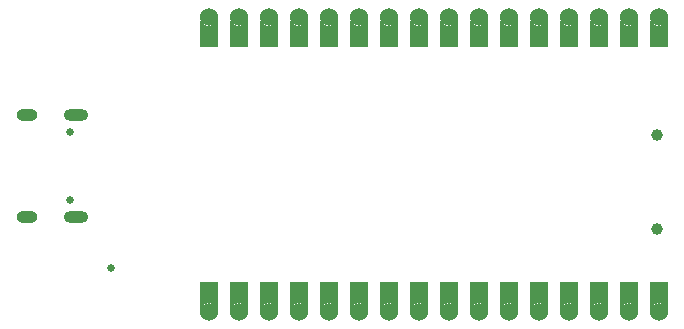
<source format=gbr>
%TF.GenerationSoftware,Altium Limited,Altium Designer,25.4.2 (15)*%
G04 Layer_Color=16711935*
%FSLAX45Y45*%
%MOMM*%
%TF.SameCoordinates,D428E1E4-D561-4EBD-83AA-0298DF20FA0A*%
%TF.FilePolarity,Negative*%
%TF.FileFunction,Soldermask,Bot*%
%TF.Part,Single*%
G01*
G75*
%TA.AperFunction,ComponentPad*%
%ADD41O,2.10000X1.00000*%
%ADD42O,1.80000X1.00000*%
%ADD43C,0.65000*%
%ADD44C,1.00000*%
%ADD45C,1.52400*%
%TA.AperFunction,ViaPad*%
%ADD46C,0.66040*%
G36*
X-893100Y-985655D02*
X-1045500D01*
Y-1239655D01*
X-1044848Y-1229709D01*
X-1039700Y-1210494D01*
X-1029754Y-1193267D01*
X-1015688Y-1179201D01*
X-998461Y-1169255D01*
X-979246Y-1164107D01*
X-959354D01*
X-940140Y-1169255D01*
X-922913Y-1179201D01*
X-908847Y-1193267D01*
X-898901Y-1210494D01*
X-893752Y-1229709D01*
X-893100Y-1239655D01*
D01*
Y-985655D01*
D02*
G37*
G36*
X-639100D02*
X-791500D01*
Y-1239655D01*
X-790848Y-1229709D01*
X-785700Y-1210494D01*
X-775754Y-1193267D01*
X-761688Y-1179201D01*
X-744461Y-1169255D01*
X-725246Y-1164107D01*
X-705354D01*
X-686140Y-1169255D01*
X-668913Y-1179201D01*
X-654847Y-1193267D01*
X-644901Y-1210494D01*
X-639752Y-1229709D01*
X-639100Y-1239655D01*
D01*
Y-985655D01*
D02*
G37*
G36*
X-385100D02*
X-537500D01*
Y-1239655D01*
X-536848Y-1229709D01*
X-531700Y-1210494D01*
X-521754Y-1193267D01*
X-507688Y-1179201D01*
X-490461Y-1169255D01*
X-471246Y-1164107D01*
X-451354D01*
X-432140Y-1169255D01*
X-414913Y-1179201D01*
X-400847Y-1193267D01*
X-390901Y-1210494D01*
X-385752Y-1229709D01*
X-385100Y-1239655D01*
D01*
Y-985655D01*
D02*
G37*
G36*
X-131100D02*
X-283500D01*
Y-1239655D01*
X-282848Y-1229709D01*
X-277700Y-1210494D01*
X-267754Y-1193267D01*
X-253688Y-1179201D01*
X-236461Y-1169255D01*
X-217246Y-1164107D01*
X-197354D01*
X-178140Y-1169255D01*
X-160913Y-1179201D01*
X-146847Y-1193267D01*
X-136901Y-1210494D01*
X-131752Y-1229709D01*
X-131100Y-1239655D01*
D01*
Y-985655D01*
D02*
G37*
G36*
X122900D02*
X-29500D01*
Y-1239655D01*
X-28848Y-1229709D01*
X-23700Y-1210494D01*
X-13754Y-1193267D01*
X312Y-1179201D01*
X17539Y-1169255D01*
X36754Y-1164107D01*
X56646D01*
X75860Y-1169255D01*
X93087Y-1179201D01*
X107153Y-1193267D01*
X117099Y-1210494D01*
X122248Y-1229709D01*
X122900Y-1239655D01*
D01*
Y-985655D01*
D02*
G37*
G36*
X376900D02*
X224500D01*
Y-1239655D01*
X225152Y-1229709D01*
X230300Y-1210494D01*
X240246Y-1193267D01*
X254312Y-1179201D01*
X271539Y-1169255D01*
X290754Y-1164107D01*
X310646D01*
X329860Y-1169255D01*
X347087Y-1179201D01*
X361153Y-1193267D01*
X371099Y-1210494D01*
X376248Y-1229709D01*
X376900Y-1239655D01*
D01*
Y-985655D01*
D02*
G37*
G36*
X630900D02*
X478500D01*
Y-1239655D01*
X479152Y-1229709D01*
X484300Y-1210494D01*
X494246Y-1193267D01*
X508312Y-1179201D01*
X525539Y-1169255D01*
X544754Y-1164107D01*
X564646D01*
X583860Y-1169255D01*
X601087Y-1179201D01*
X615153Y-1193267D01*
X625099Y-1210494D01*
X630248Y-1229709D01*
X630900Y-1239655D01*
D01*
Y-985655D01*
D02*
G37*
G36*
X884900D02*
X732500D01*
Y-1239655D01*
X733152Y-1229709D01*
X738300Y-1210494D01*
X748246Y-1193267D01*
X762312Y-1179201D01*
X779539Y-1169255D01*
X798754Y-1164107D01*
X818646D01*
X837860Y-1169255D01*
X855087Y-1179201D01*
X869153Y-1193267D01*
X879099Y-1210494D01*
X884248Y-1229709D01*
X884900Y-1239655D01*
D01*
Y-985655D01*
D02*
G37*
G36*
X-1045500Y1006345D02*
X-893100D01*
Y1260345D01*
X-893752Y1250399D01*
X-898901Y1231185D01*
X-908847Y1213958D01*
X-922913Y1199892D01*
X-940140Y1189946D01*
X-959354Y1184797D01*
X-979246D01*
X-998461Y1189946D01*
X-1015688Y1199892D01*
X-1029754Y1213958D01*
X-1039700Y1231185D01*
X-1044848Y1250399D01*
X-1045500Y1260345D01*
D01*
Y1006345D01*
D02*
G37*
G36*
X-791500D02*
X-639100D01*
Y1260345D01*
X-639752Y1250399D01*
X-644901Y1231185D01*
X-654847Y1213958D01*
X-668913Y1199892D01*
X-686140Y1189946D01*
X-705354Y1184797D01*
X-725246D01*
X-744461Y1189946D01*
X-761688Y1199892D01*
X-775754Y1213958D01*
X-785700Y1231185D01*
X-790848Y1250399D01*
X-791500Y1260345D01*
D01*
Y1006345D01*
D02*
G37*
G36*
X-537500D02*
X-385100D01*
Y1260345D01*
X-385752Y1250399D01*
X-390901Y1231185D01*
X-400847Y1213958D01*
X-414913Y1199892D01*
X-432140Y1189946D01*
X-451354Y1184797D01*
X-471246D01*
X-490461Y1189946D01*
X-507688Y1199892D01*
X-521754Y1213958D01*
X-531700Y1231185D01*
X-536848Y1250399D01*
X-537500Y1260345D01*
D01*
Y1006345D01*
D02*
G37*
G36*
X-283500D02*
X-131100D01*
Y1260345D01*
X-131752Y1250399D01*
X-136901Y1231185D01*
X-146847Y1213958D01*
X-160913Y1199892D01*
X-178140Y1189946D01*
X-197354Y1184797D01*
X-217246D01*
X-236461Y1189946D01*
X-253688Y1199892D01*
X-267754Y1213958D01*
X-277700Y1231185D01*
X-282848Y1250399D01*
X-283500Y1260345D01*
D01*
Y1006345D01*
D02*
G37*
G36*
X-29500D02*
X122900D01*
Y1260345D01*
X122248Y1250399D01*
X117099Y1231185D01*
X107153Y1213958D01*
X93087Y1199892D01*
X75860Y1189946D01*
X56646Y1184797D01*
X36754D01*
X17539Y1189946D01*
X312Y1199892D01*
X-13754Y1213958D01*
X-23700Y1231185D01*
X-28848Y1250399D01*
X-29500Y1260345D01*
D01*
Y1006345D01*
D02*
G37*
G36*
X224500D02*
X376900D01*
Y1260345D01*
X376248Y1250399D01*
X371099Y1231185D01*
X361153Y1213958D01*
X347087Y1199892D01*
X329860Y1189946D01*
X310646Y1184797D01*
X290754D01*
X271539Y1189946D01*
X254312Y1199892D01*
X240246Y1213958D01*
X230300Y1231185D01*
X225152Y1250399D01*
X224500Y1260345D01*
D01*
Y1006345D01*
D02*
G37*
G36*
X478500D02*
X630900D01*
Y1260345D01*
X630248Y1250399D01*
X625099Y1231185D01*
X615153Y1213958D01*
X601087Y1199892D01*
X583860Y1189946D01*
X564646Y1184797D01*
X544754D01*
X525539Y1189946D01*
X508312Y1199892D01*
X494246Y1213958D01*
X484300Y1231185D01*
X479152Y1250399D01*
X478500Y1260345D01*
D01*
Y1006345D01*
D02*
G37*
G36*
X732500D02*
X884900D01*
Y1260345D01*
X884248Y1250399D01*
X879099Y1231185D01*
X869153Y1213958D01*
X855087Y1199892D01*
X837860Y1189946D01*
X818646Y1184797D01*
X798754D01*
X779539Y1189946D01*
X762312Y1199892D01*
X748246Y1213958D01*
X738300Y1231185D01*
X733152Y1250399D01*
X732500Y1260345D01*
D01*
Y1006345D01*
D02*
G37*
G36*
X1138900Y-985655D02*
X986500D01*
Y-1239655D01*
X987152Y-1229709D01*
X992300Y-1210494D01*
X1002246Y-1193267D01*
X1016312Y-1179201D01*
X1033539Y-1169255D01*
X1052754Y-1164107D01*
X1072646D01*
X1091860Y-1169255D01*
X1109087Y-1179201D01*
X1123153Y-1193267D01*
X1133099Y-1210494D01*
X1138248Y-1229709D01*
X1138900Y-1239655D01*
D01*
Y-985655D01*
D02*
G37*
G36*
X1392900D02*
X1240500D01*
Y-1239655D01*
X1241152Y-1229709D01*
X1246300Y-1210494D01*
X1256246Y-1193267D01*
X1270312Y-1179201D01*
X1287539Y-1169255D01*
X1306754Y-1164107D01*
X1326646D01*
X1345860Y-1169255D01*
X1363087Y-1179201D01*
X1377153Y-1193267D01*
X1387099Y-1210494D01*
X1392248Y-1229709D01*
X1392900Y-1239655D01*
D01*
Y-985655D01*
D02*
G37*
G36*
X1646900D02*
X1494500D01*
Y-1239655D01*
X1495152Y-1229709D01*
X1500300Y-1210494D01*
X1510246Y-1193267D01*
X1524312Y-1179201D01*
X1541539Y-1169255D01*
X1560754Y-1164107D01*
X1580646D01*
X1599860Y-1169255D01*
X1617087Y-1179201D01*
X1631153Y-1193267D01*
X1641099Y-1210494D01*
X1646248Y-1229709D01*
X1646900Y-1239655D01*
D01*
Y-985655D01*
D02*
G37*
G36*
X1900900D02*
X1748500D01*
Y-1239655D01*
X1749152Y-1229709D01*
X1754300Y-1210494D01*
X1764246Y-1193267D01*
X1778312Y-1179201D01*
X1795539Y-1169255D01*
X1814754Y-1164107D01*
X1834646D01*
X1853860Y-1169255D01*
X1871087Y-1179201D01*
X1885153Y-1193267D01*
X1895099Y-1210494D01*
X1900248Y-1229709D01*
X1900900Y-1239655D01*
D01*
Y-985655D01*
D02*
G37*
G36*
X2154900D02*
X2002500D01*
Y-1239655D01*
X2003152Y-1229709D01*
X2008300Y-1210494D01*
X2018246Y-1193267D01*
X2032312Y-1179201D01*
X2049539Y-1169255D01*
X2068754Y-1164107D01*
X2088646D01*
X2107860Y-1169255D01*
X2125087Y-1179201D01*
X2139153Y-1193267D01*
X2149099Y-1210494D01*
X2154248Y-1229709D01*
X2154900Y-1239655D01*
D01*
Y-985655D01*
D02*
G37*
G36*
X2408900D02*
X2256500D01*
Y-1239655D01*
X2257152Y-1229709D01*
X2262300Y-1210494D01*
X2272246Y-1193267D01*
X2286312Y-1179201D01*
X2303539Y-1169255D01*
X2322754Y-1164107D01*
X2342646D01*
X2361860Y-1169255D01*
X2379087Y-1179201D01*
X2393153Y-1193267D01*
X2403099Y-1210494D01*
X2408248Y-1229709D01*
X2408900Y-1239655D01*
D01*
Y-985655D01*
D02*
G37*
G36*
X2662900D02*
X2510500D01*
Y-1239655D01*
X2511152Y-1229709D01*
X2516300Y-1210494D01*
X2526246Y-1193267D01*
X2540312Y-1179201D01*
X2557539Y-1169255D01*
X2576754Y-1164107D01*
X2596646D01*
X2615860Y-1169255D01*
X2633087Y-1179201D01*
X2647153Y-1193267D01*
X2657099Y-1210494D01*
X2662248Y-1229709D01*
X2662900Y-1239655D01*
D01*
Y-985655D01*
D02*
G37*
G36*
X2916900D02*
X2764500D01*
Y-1239655D01*
X2765152Y-1229709D01*
X2770300Y-1210494D01*
X2780246Y-1193267D01*
X2794312Y-1179201D01*
X2811539Y-1169255D01*
X2830754Y-1164107D01*
X2850646D01*
X2869860Y-1169255D01*
X2887087Y-1179201D01*
X2901153Y-1193267D01*
X2911099Y-1210494D01*
X2916248Y-1229709D01*
X2916900Y-1239655D01*
D01*
Y-985655D01*
D02*
G37*
G36*
X986500Y1006345D02*
X1138900D01*
Y1260345D01*
X1138248Y1250399D01*
X1133099Y1231185D01*
X1123153Y1213958D01*
X1109087Y1199892D01*
X1091860Y1189946D01*
X1072646Y1184797D01*
X1052754D01*
X1033539Y1189946D01*
X1016312Y1199892D01*
X1002246Y1213958D01*
X992300Y1231185D01*
X987152Y1250399D01*
X986500Y1260345D01*
D01*
Y1006345D01*
D02*
G37*
G36*
X1240500D02*
X1392900D01*
Y1260345D01*
X1392248Y1250399D01*
X1387099Y1231185D01*
X1377153Y1213958D01*
X1363087Y1199892D01*
X1345860Y1189946D01*
X1326646Y1184797D01*
X1306754D01*
X1287539Y1189946D01*
X1270312Y1199892D01*
X1256246Y1213958D01*
X1246300Y1231185D01*
X1241152Y1250399D01*
X1240500Y1260345D01*
D01*
Y1006345D01*
D02*
G37*
G36*
X1494500D02*
X1646900D01*
Y1260345D01*
X1646248Y1250399D01*
X1641099Y1231185D01*
X1631153Y1213958D01*
X1617087Y1199892D01*
X1599860Y1189946D01*
X1580646Y1184797D01*
X1560754D01*
X1541539Y1189946D01*
X1524312Y1199892D01*
X1510246Y1213958D01*
X1500300Y1231185D01*
X1495152Y1250399D01*
X1494500Y1260345D01*
D01*
Y1006345D01*
D02*
G37*
G36*
X1748500D02*
X1900900D01*
Y1260345D01*
X1900248Y1250399D01*
X1895099Y1231185D01*
X1885153Y1213958D01*
X1871087Y1199892D01*
X1853860Y1189946D01*
X1834646Y1184797D01*
X1814754D01*
X1795539Y1189946D01*
X1778312Y1199892D01*
X1764246Y1213958D01*
X1754300Y1231185D01*
X1749152Y1250399D01*
X1748500Y1260345D01*
D01*
Y1006345D01*
D02*
G37*
G36*
X2002500D02*
X2154900D01*
Y1260345D01*
X2154248Y1250399D01*
X2149099Y1231185D01*
X2139153Y1213958D01*
X2125087Y1199892D01*
X2107860Y1189946D01*
X2088646Y1184797D01*
X2068754D01*
X2049539Y1189946D01*
X2032312Y1199892D01*
X2018246Y1213958D01*
X2008300Y1231185D01*
X2003152Y1250399D01*
X2002500Y1260345D01*
D01*
Y1006345D01*
D02*
G37*
G36*
X2256500D02*
X2408900D01*
Y1260345D01*
X2408248Y1250399D01*
X2403099Y1231185D01*
X2393153Y1213958D01*
X2379087Y1199892D01*
X2361860Y1189946D01*
X2342646Y1184797D01*
X2322754D01*
X2303539Y1189946D01*
X2286312Y1199892D01*
X2272246Y1213958D01*
X2262300Y1231185D01*
X2257152Y1250399D01*
X2256500Y1260345D01*
D01*
Y1006345D01*
D02*
G37*
G36*
X2510500D02*
X2662900D01*
Y1260345D01*
X2662248Y1250399D01*
X2657099Y1231185D01*
X2647153Y1213958D01*
X2633087Y1199892D01*
X2615860Y1189946D01*
X2596646Y1184797D01*
X2576754D01*
X2557539Y1189946D01*
X2540312Y1199892D01*
X2526246Y1213958D01*
X2516300Y1231185D01*
X2511152Y1250399D01*
X2510500Y1260345D01*
D01*
Y1006345D01*
D02*
G37*
G36*
X2764500D02*
X2916900D01*
Y1260345D01*
X2916248Y1250399D01*
X2911099Y1231185D01*
X2901153Y1213958D01*
X2887087Y1199892D01*
X2869860Y1189946D01*
X2850646Y1184797D01*
X2830754D01*
X2811539Y1189946D01*
X2794312Y1199892D01*
X2780246Y1213958D01*
X2770300Y1231185D01*
X2765152Y1250399D01*
X2764500Y1260345D01*
D01*
Y1006345D01*
D02*
G37*
D41*
X-2091192Y429965D02*
D03*
Y-434035D02*
D03*
D42*
X-2509192Y429965D02*
D03*
Y-434035D02*
D03*
D43*
X-2141192Y-291034D02*
D03*
Y286966D02*
D03*
D44*
X2825840Y-538061D02*
D03*
Y261939D02*
D03*
D45*
X2586700Y1260345D02*
D03*
Y-1239655D02*
D03*
X2840700D02*
D03*
Y1260345D02*
D03*
X-969300D02*
D03*
X-715300D02*
D03*
X-969300Y-1239655D02*
D03*
X2078700Y1260345D02*
D03*
Y-1239655D02*
D03*
X2332700Y1260345D02*
D03*
Y-1239655D02*
D03*
X554700D02*
D03*
X808700D02*
D03*
X300700D02*
D03*
X1062700D02*
D03*
X1316700D02*
D03*
X46700D02*
D03*
X-207300D02*
D03*
X-461300D02*
D03*
X-715300D02*
D03*
X1570700D02*
D03*
X1824700D02*
D03*
Y1260345D02*
D03*
X1570700D02*
D03*
X-461300D02*
D03*
X1316700D02*
D03*
X1062700D02*
D03*
X808700D02*
D03*
X-207300D02*
D03*
X554700D02*
D03*
X46700D02*
D03*
X300700D02*
D03*
D46*
X-1794422Y-868175D02*
D03*
%TF.MD5,404f5ca3c2fc4e55c2ce112cde256475*%
M02*

</source>
